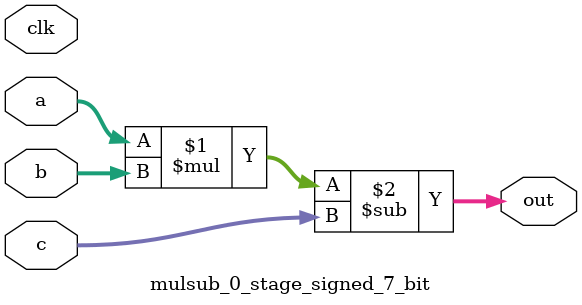
<source format=sv>
(* use_dsp = "yes" *) module mulsub_0_stage_signed_7_bit(
	input signed [6:0] a,
	input signed [6:0] b,
	input signed [6:0] c,
	output [6:0] out,
	input clk);

	assign out = (a * b) - c;
endmodule

</source>
